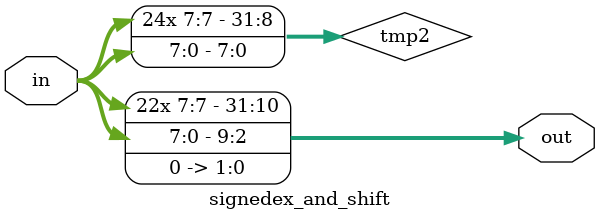
<source format=v>
`timescale 1ns/100ps
module signedex_and_shift(in, out);

input [7:0] in;                 //input which should be signextended and shift
output reg [31:0] out;          //output the signextended and shifted value

reg [31:0] tmp2;

always @ (in)
 begin
  tmp2 = {{24{in[7]}}, in};     //sign extending
  out = tmp2 << 2;              //shifting
 end



endmodule
</source>
